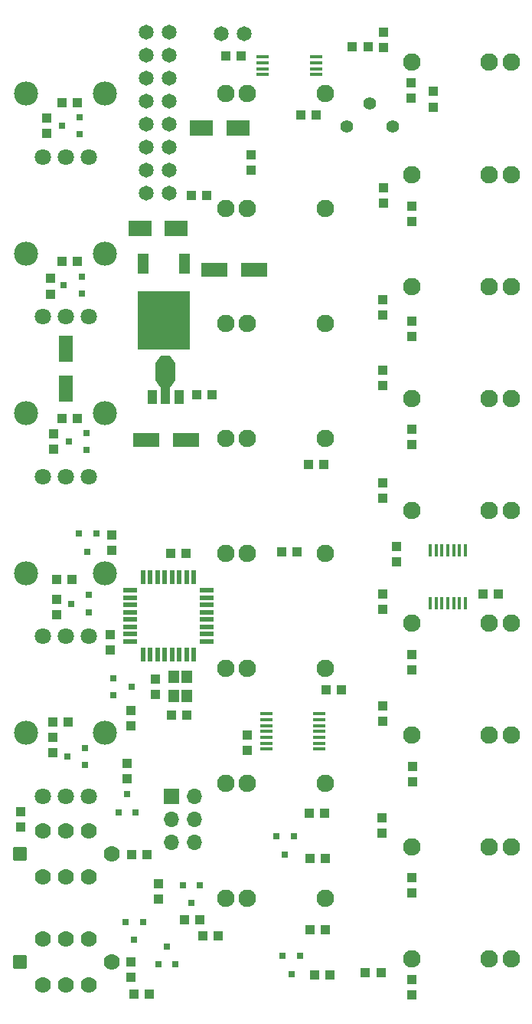
<source format=gts>
G04 #@! TF.GenerationSoftware,KiCad,Pcbnew,(5.99.0-12261-ga2c28b18a8)*
G04 #@! TF.CreationDate,2021-10-12T13:44:05-07:00*
G04 #@! TF.ProjectId,SCMv3,53434d76-332e-46b6-9963-61645f706362,rev?*
G04 #@! TF.SameCoordinates,Original*
G04 #@! TF.FileFunction,Soldermask,Top*
G04 #@! TF.FilePolarity,Negative*
%FSLAX46Y46*%
G04 Gerber Fmt 4.6, Leading zero omitted, Abs format (unit mm)*
G04 Created by KiCad (PCBNEW (5.99.0-12261-ga2c28b18a8)) date 2021-10-12 13:44:05*
%MOMM*%
%LPD*%
G01*
G04 APERTURE LIST*
G04 Aperture macros list*
%AMRoundRect*
0 Rectangle with rounded corners*
0 $1 Rounding radius*
0 $2 $3 $4 $5 $6 $7 $8 $9 X,Y pos of 4 corners*
0 Add a 4 corners polygon primitive as box body*
4,1,4,$2,$3,$4,$5,$6,$7,$8,$9,$2,$3,0*
0 Add four circle primitives for the rounded corners*
1,1,$1+$1,$2,$3*
1,1,$1+$1,$4,$5*
1,1,$1+$1,$6,$7*
1,1,$1+$1,$8,$9*
0 Add four rect primitives between the rounded corners*
20,1,$1+$1,$2,$3,$4,$5,0*
20,1,$1+$1,$4,$5,$6,$7,0*
20,1,$1+$1,$6,$7,$8,$9,0*
20,1,$1+$1,$8,$9,$2,$3,0*%
%AMOutline4P*
0 Free polygon, 4 corners , with rotation*
0 The origin of the aperture is its center*
0 number of corners: always 4*
0 $1 to $8 corner X, Y*
0 $9 Rotation angle, in degrees counterclockwise*
0 create outline with 4 corners*
4,1,4,$1,$2,$3,$4,$5,$6,$7,$8,$1,$2,$9*%
G04 Aperture macros list end*
%ADD10R,1.200000X2.200000*%
%ADD11R,5.800000X6.400000*%
%ADD12R,1.000000X1.000000*%
%ADD13C,1.651000*%
%ADD14R,1.150000X1.400000*%
%ADD15R,0.800100X0.800100*%
%ADD16R,2.499360X1.800860*%
%ADD17R,1.450000X0.450000*%
%ADD18R,0.450000X1.450000*%
%ADD19R,3.000000X1.600000*%
%ADD20R,1.600000X3.000000*%
%ADD21C,1.397000*%
%ADD22R,1.700000X1.700000*%
%ADD23O,1.700000X1.700000*%
%ADD24R,1.000000X1.500000*%
%ADD25Outline4P,-1.100000X-0.500000X1.100000X-0.500000X0.400000X0.500000X-0.400000X0.500000X180.000000*%
%ADD26Outline4P,-1.100000X-0.425000X1.100000X-0.425000X0.500000X0.425000X-0.500000X0.425000X0.000000*%
%ADD27R,1.000000X1.800000*%
%ADD28R,2.200000X1.840000*%
%ADD29R,0.550000X1.600000*%
%ADD30R,1.600000X0.550000*%
%ADD31C,1.930400*%
%ADD32C,1.778000*%
%ADD33RoundRect,0.127000X0.635000X0.635000X-0.635000X0.635000X-0.635000X-0.635000X0.635000X-0.635000X0*%
%ADD34C,1.803400*%
%ADD35C,2.667000*%
G04 APERTURE END LIST*
D10*
X20920000Y-27820000D03*
D11*
X18640000Y-34120000D03*
D10*
X16360000Y-27820000D03*
D12*
X42860000Y-39610000D03*
X42860000Y-41310000D03*
D13*
X16740000Y-2230000D03*
X19280000Y-2230000D03*
X16740000Y-4770000D03*
X19280000Y-4770000D03*
X16740000Y-7310000D03*
X19280000Y-7310000D03*
X16740000Y-9850000D03*
X19280000Y-9850000D03*
X16740000Y-12390000D03*
X19280000Y-12390000D03*
X16740000Y-14930000D03*
X19280000Y-14930000D03*
X16740000Y-17470000D03*
X19280000Y-17470000D03*
X16740000Y-20010000D03*
X19280000Y-20010000D03*
D12*
X53950000Y-64320000D03*
X55650000Y-64320000D03*
D14*
X21240000Y-75550000D03*
X19740000Y-73450000D03*
X21240000Y-73450000D03*
X19740000Y-75550000D03*
D12*
X46110000Y-35850000D03*
X46110000Y-34150000D03*
X46070000Y-108620000D03*
X46070000Y-106920000D03*
X6100000Y-31170000D03*
X6100000Y-29470000D03*
X28300000Y-15800000D03*
X28300000Y-17500000D03*
X17710000Y-73690000D03*
X17710000Y-75390000D03*
X22640000Y-100310000D03*
X20940000Y-100310000D03*
X46180000Y-85060000D03*
X46180000Y-83360000D03*
D15*
X9590760Y-31140000D03*
X9590760Y-29240000D03*
X7591780Y-30190000D03*
D12*
X33410000Y-59660000D03*
X31710000Y-59660000D03*
D15*
X33720000Y-104269240D03*
X31820000Y-104269240D03*
X32770000Y-106268220D03*
D12*
X42930000Y-21120000D03*
X42930000Y-19420000D03*
D15*
X33040000Y-91099240D03*
X31140000Y-91099240D03*
X32090000Y-93098220D03*
X22650000Y-96459240D03*
X20750000Y-96459240D03*
X21700000Y-98458220D03*
D12*
X6380000Y-78480000D03*
X8080000Y-78480000D03*
X46140000Y-72730000D03*
X46140000Y-71030000D03*
D16*
X16041020Y-23940000D03*
X20038980Y-23940000D03*
D17*
X35900000Y-81440000D03*
X35900000Y-80790000D03*
X35900000Y-80140000D03*
X35900000Y-79490000D03*
X35900000Y-78840000D03*
X35900000Y-78190000D03*
X35900000Y-77540000D03*
X30000000Y-77540000D03*
X30000000Y-78190000D03*
X30000000Y-78840000D03*
X30000000Y-79490000D03*
X30000000Y-80140000D03*
X30000000Y-80790000D03*
X30000000Y-81440000D03*
D12*
X40980000Y-106140000D03*
X42680000Y-106140000D03*
X21100000Y-59810000D03*
X19400000Y-59810000D03*
X21730000Y-20330000D03*
X23430000Y-20330000D03*
X42910000Y-33480000D03*
X42910000Y-31780000D03*
X34830000Y-101380000D03*
X36530000Y-101380000D03*
X7430000Y-27540000D03*
X9130000Y-27540000D03*
X6390000Y-81850000D03*
X6390000Y-80150000D03*
X2820000Y-88330000D03*
X2820000Y-90030000D03*
X34860000Y-93530000D03*
X36560000Y-93530000D03*
D15*
X13670000Y-88430760D03*
X15570000Y-88430760D03*
X14620000Y-86431780D03*
D12*
X27920000Y-81580000D03*
X27920000Y-79880000D03*
X44400000Y-60730000D03*
X44400000Y-59030000D03*
X21250000Y-77670000D03*
X19550000Y-77670000D03*
X12710000Y-68810000D03*
X12710000Y-70510000D03*
D18*
X52040000Y-59470000D03*
X51390000Y-59470000D03*
X50740000Y-59470000D03*
X50090000Y-59470000D03*
X49440000Y-59470000D03*
X48790000Y-59470000D03*
X48140000Y-59470000D03*
X48140000Y-65370000D03*
X48790000Y-65370000D03*
X49440000Y-65370000D03*
X50090000Y-65370000D03*
X50740000Y-65370000D03*
X51390000Y-65370000D03*
X52040000Y-65370000D03*
D12*
X6810000Y-62670000D03*
X8510000Y-62670000D03*
X7430000Y-10010000D03*
X9130000Y-10010000D03*
D19*
X16730000Y-47330000D03*
X21130000Y-47330000D03*
D20*
X7840000Y-37200000D03*
X7840000Y-41600000D03*
D12*
X39540000Y-3890000D03*
X41240000Y-3890000D03*
D21*
X38930000Y-12670000D03*
X41470000Y-10130000D03*
X44010000Y-12670000D03*
D22*
X19560000Y-86690000D03*
D23*
X22100000Y-86690000D03*
X19560000Y-89230000D03*
X22100000Y-89230000D03*
X19560000Y-91770000D03*
X22100000Y-91770000D03*
D12*
X17090000Y-108470000D03*
X15390000Y-108470000D03*
X34740000Y-88490000D03*
X36440000Y-88490000D03*
X6840000Y-66640000D03*
X6840000Y-64940000D03*
X35520000Y-11370000D03*
X33820000Y-11370000D03*
D17*
X35510000Y-6945000D03*
X35510000Y-6295000D03*
X35510000Y-5645000D03*
X35510000Y-4995000D03*
X29610000Y-4995000D03*
X29610000Y-5645000D03*
X29610000Y-6295000D03*
X29610000Y-6945000D03*
D12*
X46030000Y-9570000D03*
X46030000Y-7870000D03*
D15*
X9380760Y-13550000D03*
X9380760Y-11650000D03*
X7381780Y-12600000D03*
D12*
X6470000Y-48350000D03*
X6470000Y-46650000D03*
X42890000Y-64340000D03*
X42890000Y-66040000D03*
X42900000Y-52000000D03*
X42900000Y-53700000D03*
D15*
X16350000Y-100539240D03*
X14450000Y-100539240D03*
X15400000Y-102538220D03*
D24*
X17370000Y-42580000D03*
D25*
X18870000Y-41176200D03*
D26*
X18870000Y-38433000D03*
D27*
X18870000Y-42433500D03*
D28*
X18870000Y-39766500D03*
D24*
X20370000Y-42580000D03*
D12*
X46110000Y-97370000D03*
X46110000Y-95670000D03*
X16790000Y-93140000D03*
X15090000Y-93140000D03*
X27240000Y-4900000D03*
X25540000Y-4900000D03*
X42840000Y-89020000D03*
X42840000Y-90720000D03*
D16*
X26858980Y-12830000D03*
X22861020Y-12830000D03*
D19*
X24280000Y-28540000D03*
X28680000Y-28540000D03*
D15*
X10160760Y-48410000D03*
X10160760Y-46510000D03*
X8161780Y-47460000D03*
D12*
X5720000Y-13420000D03*
X5720000Y-11720000D03*
X42880000Y-76680000D03*
X42880000Y-78380000D03*
X15020000Y-106650000D03*
X15020000Y-104950000D03*
X14580000Y-84760000D03*
X14580000Y-83060000D03*
X7410000Y-44890000D03*
X9110000Y-44890000D03*
D15*
X13099240Y-73620000D03*
X13099240Y-75520000D03*
X15098220Y-74570000D03*
D12*
X35370000Y-106400000D03*
X37070000Y-106400000D03*
X46140000Y-47840000D03*
X46140000Y-46140000D03*
D13*
X27560000Y-2420000D03*
X25020000Y-2420000D03*
D15*
X11190000Y-57629240D03*
X9290000Y-57629240D03*
X10240000Y-59628220D03*
D12*
X38320000Y-74930000D03*
X36620000Y-74930000D03*
D15*
X9960760Y-83220000D03*
X9960760Y-81320000D03*
X7961780Y-82270000D03*
D12*
X48470000Y-8810000D03*
X48470000Y-10510000D03*
X46070000Y-23200000D03*
X46070000Y-21500000D03*
X12940000Y-59460000D03*
X12940000Y-57760000D03*
X22990000Y-102080000D03*
X24690000Y-102080000D03*
D29*
X16390000Y-70980000D03*
X17190000Y-70980000D03*
X17990000Y-70980000D03*
X18790000Y-70980000D03*
X19590000Y-70980000D03*
X20390000Y-70980000D03*
X21190000Y-70980000D03*
X21990000Y-70980000D03*
D30*
X23440000Y-69530000D03*
X23440000Y-68730000D03*
X23440000Y-67930000D03*
X23440000Y-67130000D03*
X23440000Y-66330000D03*
X23440000Y-65530000D03*
X23440000Y-64730000D03*
X23440000Y-63930000D03*
D29*
X21990000Y-62480000D03*
X21190000Y-62480000D03*
X20390000Y-62480000D03*
X19590000Y-62480000D03*
X18790000Y-62480000D03*
X17990000Y-62480000D03*
X17190000Y-62480000D03*
X16390000Y-62480000D03*
D30*
X14940000Y-63930000D03*
X14940000Y-64730000D03*
X14940000Y-65530000D03*
X14940000Y-66330000D03*
X14940000Y-67130000D03*
X14940000Y-67930000D03*
X14940000Y-68730000D03*
X14940000Y-69530000D03*
D12*
X18060000Y-97990000D03*
X18060000Y-96290000D03*
X15070000Y-77200000D03*
X15070000Y-78900000D03*
X36360000Y-50000000D03*
X34660000Y-50000000D03*
X22330000Y-42340000D03*
X24030000Y-42340000D03*
D15*
X10390760Y-66340000D03*
X10390760Y-64440000D03*
X8391780Y-65390000D03*
D12*
X42990000Y-2220000D03*
X42990000Y-3920000D03*
D15*
X18040000Y-105230760D03*
X19940000Y-105230760D03*
X18990000Y-103231780D03*
D31*
X46101000Y-17970500D03*
X57073800Y-17970500D03*
X54660800Y-17970500D03*
D32*
X5257800Y-90512900D03*
X7797800Y-90512900D03*
X10337800Y-90512900D03*
X5257800Y-95592900D03*
X7797800Y-95592900D03*
X10337800Y-95592900D03*
D33*
X2717800Y-93052900D03*
D32*
X12877800Y-93052900D03*
D31*
X36499800Y-9029700D03*
X25527000Y-9029700D03*
X27940000Y-9029700D03*
X36499800Y-34429700D03*
X25527000Y-34429700D03*
X27940000Y-34429700D03*
D34*
X10337637Y-51347943D03*
X7797637Y-51347943D03*
X5257637Y-51347943D03*
D35*
X12191837Y-44337543D03*
X3403437Y-44337543D03*
D31*
X46101000Y-30353000D03*
X57073800Y-30353000D03*
X54660800Y-30353000D03*
X46101000Y-42735500D03*
X57073800Y-42735500D03*
X54660800Y-42735500D03*
D34*
X10337637Y-33694943D03*
X7797637Y-33694943D03*
X5257637Y-33694943D03*
D35*
X12191837Y-26684543D03*
X3403437Y-26684543D03*
D34*
X10337637Y-86653943D03*
X7797637Y-86653943D03*
X5257637Y-86653943D03*
D35*
X12191837Y-79643543D03*
X3403437Y-79643543D03*
D31*
X46101000Y-104648000D03*
X57073800Y-104648000D03*
X54660800Y-104648000D03*
X36499800Y-72529700D03*
X25527000Y-72529700D03*
X27940000Y-72529700D03*
X36499800Y-97929700D03*
X25527000Y-97929700D03*
X27940000Y-97929700D03*
D32*
X5257800Y-102450900D03*
X7797800Y-102450900D03*
X10337800Y-102450900D03*
X5257800Y-107530900D03*
X7797800Y-107530900D03*
X10337800Y-107530900D03*
D33*
X2717800Y-104990900D03*
D32*
X12877800Y-104990900D03*
D31*
X46101000Y-5588000D03*
X57073800Y-5588000D03*
X54660800Y-5588000D03*
X36499800Y-59829700D03*
X25527000Y-59829700D03*
X27940000Y-59829700D03*
X46101000Y-92265500D03*
X57073800Y-92265500D03*
X54660800Y-92265500D03*
X46101000Y-67500500D03*
X57073800Y-67500500D03*
X54660800Y-67500500D03*
X36499800Y-47129700D03*
X25527000Y-47129700D03*
X27940000Y-47129700D03*
X36499800Y-85229700D03*
X25527000Y-85229700D03*
X27940000Y-85229700D03*
D34*
X10337637Y-69000943D03*
X7797637Y-69000943D03*
X5257637Y-69000943D03*
D35*
X12191837Y-61990543D03*
X3403437Y-61990543D03*
D34*
X10337637Y-16041943D03*
X7797637Y-16041943D03*
X5257637Y-16041943D03*
D35*
X12191837Y-9031543D03*
X3403437Y-9031543D03*
D31*
X46101000Y-79883000D03*
X57073800Y-79883000D03*
X54660800Y-79883000D03*
X46101000Y-55118000D03*
X57073800Y-55118000D03*
X54660800Y-55118000D03*
X36499800Y-21729700D03*
X25527000Y-21729700D03*
X27940000Y-21729700D03*
M02*

</source>
